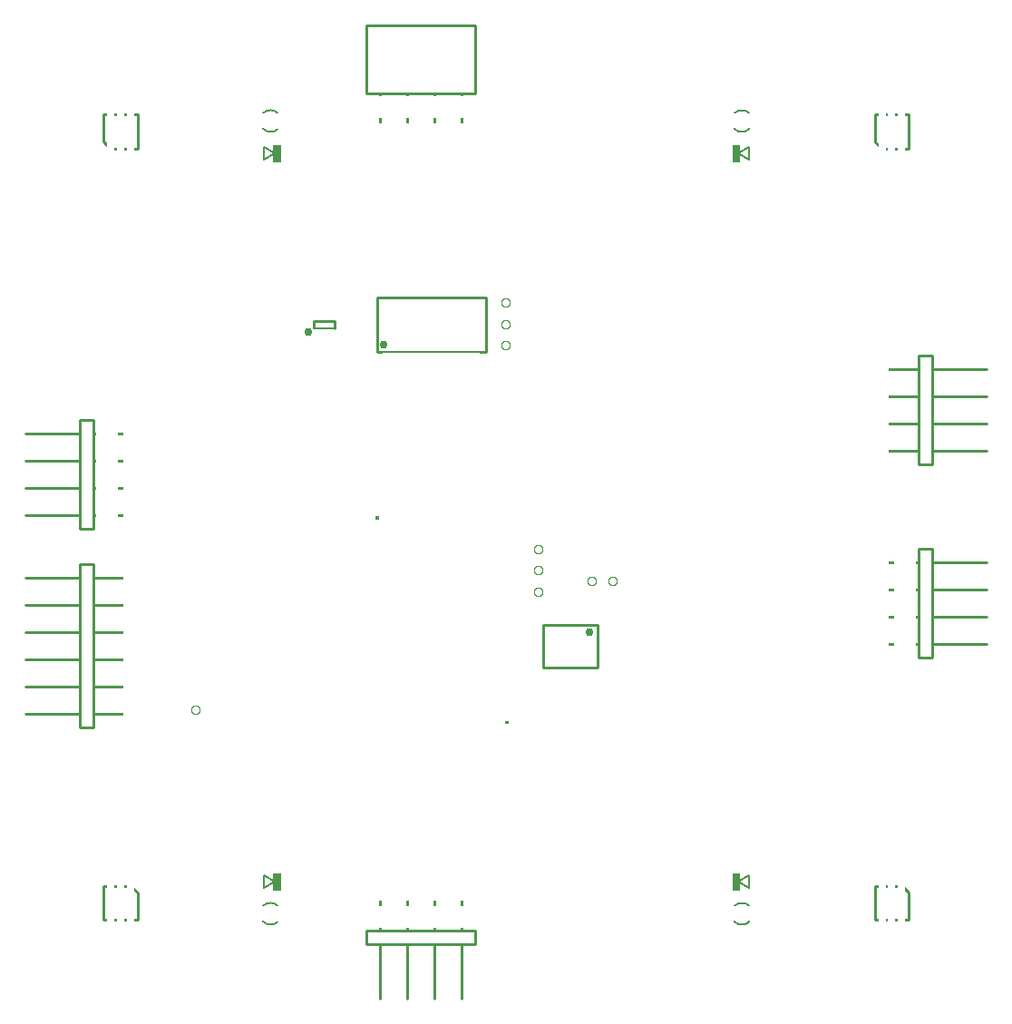
<source format=gbr>
G04 --- HEADER BEGIN --- *
%TF.GenerationSoftware,LibrePCB,LibrePCB,0.1.0*%
%TF.CreationDate,2017-11-17T17:15:03*%
%TF.ProjectId,Dancepad - Dancepad,5234ce1f-a5e1-4fe4-82c5-c527dd5c2ef1,v1*%
%TF.Part,Single*%
%FSLAX66Y66*%
%MOMM*%
G01*
G74*
G04 --- HEADER END --- *
G04 --- APERTURE LIST BEGIN --- *
%ADD10C,0.1524*%
%ADD11C,0.95X0.65*%
%ADD12C,0.25*%
%ADD13C,0.2032*%
%ADD14C,0.0*%
%ADD15C,0.758X0.258*%
%ADD16C,0.508*%
%ADD17R,1.3X1.2*%
%ADD18R,1.2X1.3*%
%ADD19P,7.2X8X22.5*%
%ADD20C,1.8256*%
%ADD21C,0.7*%
%ADD22P,2.2X8X112.5*%
%ADD23R,1.2X1.9*%
%ADD24R,0.7X1.8*%
%ADD25R,0.65X1.95*%
%ADD26P,2.74X8X22.5*%
%ADD27R,1.0X1.0*%
%ADD28P,2.2X8X292.5*%
%ADD29R,1.2X1.6*%
%ADD30P,2.2X8X22.5*%
%ADD31P,2.2X8X202.5*%
%ADD32R,0.65X1.65*%
%ADD33R,0.65X1.1*%
%ADD34P,2.2X8X-67.5*%
%ADD35C,4.0*%
%ADD36C,1.7*%
%ADD37R,1.7X1.5*%
G04 --- APERTURE LIST END --- *
G04 --- BOARD BEGIN --- *
D10*
X18000000Y1984000D02*
G02*
X17281600Y2281600I41J1016000D01*
G01*
X18718400Y2281600D02*
G02*
X18000000Y1984000I718441J718400D01*
G01*
X18718400Y3718400D02*
G03*
X18000000Y4016000I718441J718400D01*
G01*
X18000000Y4016000D02*
G03*
X17281600Y3718400I41J1016000D01*
G01*
D11*
X50000000Y34000000D03*
D12*
X78540000Y44920000D02*
X78540000Y55080000D01*
X79810000Y55080000D01*
X79810000Y44920000D01*
X78540000Y44920000D01*
X78540000Y48730000D02*
X74730000Y48730000D01*
X78540000Y48730000D01*
X78540000Y51270000D02*
X74730000Y51270000D01*
X78540000Y53810000D02*
X74730000Y53810000D01*
X79810000Y48730000D02*
X84890000Y48730000D01*
X79810000Y51270000D02*
X84890000Y51270000D01*
X79810000Y53810000D02*
X84890000Y53810000D01*
X74730000Y46190000D02*
X78540000Y46190000D01*
X79810000Y46190000D02*
X84890000Y46190000D01*
X78540000Y26920000D02*
X78540000Y37080000D01*
X79810000Y37080000D01*
X79810000Y26920000D01*
X78540000Y26920000D01*
X78540000Y28190000D02*
X74730000Y28190000D01*
X78540000Y28190000D01*
X78540000Y30730000D02*
X74730000Y30730000D01*
X78540000Y33270000D02*
X74730000Y33270000D01*
X78540000Y35810000D02*
X74730000Y35810000D01*
X79810000Y28190000D02*
X84890000Y28190000D01*
X79810000Y30730000D02*
X84890000Y30730000D01*
X79810000Y33270000D02*
X84890000Y33270000D01*
X79810000Y35810000D02*
X84890000Y35810000D01*
D11*
X43000000Y33000000D03*
D13*
X17373000Y5400000D02*
X18373000Y6000000D01*
X18373000Y6000000D02*
X17373000Y6600000D01*
X17373000Y6600000D02*
X17373000Y5400000D01*
D14*
X18863600Y6787400D02*
X18254000Y6787400D01*
X18254000Y5212600D01*
X18863600Y5212600D01*
X18863600Y6787400D01*
G36*
X18863600Y6787400D02*
X18254000Y6787400D01*
X18254000Y5212600D01*
X18863600Y5212600D01*
X18863600Y6787400D01*
G37*
D12*
X2412500Y5587500D02*
X2412500Y2412500D01*
X5587500Y2412500D01*
X5587500Y4952500D01*
X4952500Y5587500D01*
X2412500Y5587500D01*
X74412500Y5587500D02*
X74412500Y2412500D01*
X77587500Y2412500D01*
X77587500Y4952500D01*
X76952500Y5587500D01*
X74412500Y5587500D01*
X27920000Y60540000D02*
X38080000Y60540000D01*
X38080000Y55460000D01*
X27920000Y55460000D01*
X27920000Y60540000D01*
D15*
X28555000Y56095000D03*
D16*
X28555000Y56095000D03*
D14*
X28000000Y39875000D02*
X28000000Y40125000D01*
X27750000Y40125000D01*
X27750000Y39875000D01*
X28000000Y39875000D01*
G36*
X28000000Y39875000D02*
X28000000Y40125000D01*
X27750000Y40125000D01*
X27750000Y39875000D01*
X28000000Y39875000D01*
G37*
D11*
X40000000Y56000000D03*
D12*
X1460000Y35620000D02*
X1460000Y20380000D01*
X190000Y20380000D01*
X190000Y35620000D01*
X1460000Y35620000D01*
X1460000Y31810000D02*
X5270000Y31810000D01*
X1460000Y31810000D01*
X1460000Y29270000D02*
X5270000Y29270000D01*
X1460000Y26730000D02*
X5270000Y26730000D01*
X1460000Y24190000D02*
X5270000Y24190000D01*
X190000Y31810000D02*
X-4890000Y31810000D01*
X190000Y29270000D02*
X-4890000Y29270000D01*
X190000Y26730000D02*
X-4890000Y26730000D01*
X190000Y24190000D02*
X-4890000Y24190000D01*
X5270000Y21650000D02*
X1460000Y21650000D01*
X5270000Y34350000D02*
X1460000Y34350000D01*
X190000Y34350000D02*
X-4890000Y34350000D01*
X190000Y21650000D02*
X-4890000Y21650000D01*
D10*
X62000000Y78016000D02*
G02*
X62718400Y77718400I41J1016000D01*
G01*
X61281600Y77718400D02*
G02*
X62000000Y78016000I718441J718400D01*
G01*
X61281600Y76281600D02*
G03*
X62000000Y75984000I718441J718400D01*
G01*
X62000000Y75984000D02*
G03*
X62718400Y76281600I41J1016000D01*
G01*
X62000000Y4016000D02*
G02*
X62718400Y3718400I41J1016000D01*
G01*
X61281600Y3718400D02*
G02*
X62000000Y4016000I718441J718400D01*
G01*
X61281600Y2281600D02*
G03*
X62000000Y1984000I718441J718400D01*
G01*
X62000000Y1984000D02*
G03*
X62718400Y2281600I41J1016000D01*
G01*
D11*
X43000000Y35000000D03*
X40000000Y60000000D03*
D10*
X18000000Y75984000D02*
G02*
X17281600Y76281600I41J1016000D01*
G01*
X18718400Y76281600D02*
G02*
X18000000Y75984000I718441J718400D01*
G01*
X18718400Y77718400D02*
G03*
X18000000Y78016000I718441J718400D01*
G01*
X18000000Y78016000D02*
G03*
X17281600Y77718400I41J1016000D01*
G01*
D12*
X77587500Y74412500D02*
X77587500Y77587500D01*
X74412500Y77587500D01*
X74412500Y75047500D01*
X75047500Y74412500D01*
X77587500Y74412500D01*
D11*
X40000000Y58000000D03*
D13*
X62627000Y74600000D02*
X61627000Y74000000D01*
X61627000Y74000000D02*
X62627000Y73400000D01*
X62627000Y73400000D02*
X62627000Y74600000D01*
D14*
X61136400Y73212600D02*
X61746000Y73212600D01*
X61746000Y74787400D01*
X61136400Y74787400D01*
X61136400Y73212600D01*
G36*
X61136400Y73212600D02*
X61746000Y73212600D01*
X61746000Y74787400D01*
X61136400Y74787400D01*
X61136400Y73212600D01*
G37*
D12*
X5587500Y74412500D02*
X5587500Y77587500D01*
X2412500Y77587500D01*
X2412500Y75047500D01*
X3047500Y74412500D01*
X5587500Y74412500D01*
D11*
X43000000Y37000000D03*
D12*
X26920000Y1460000D02*
X37080000Y1460000D01*
X37080000Y190000D01*
X26920000Y190000D01*
X26920000Y1460000D01*
X28190000Y1460000D02*
X28190000Y5270000D01*
X28190000Y1460000D01*
X30730000Y1460000D02*
X30730000Y5270000D01*
X33270000Y1460000D02*
X33270000Y5270000D01*
X35810000Y1460000D02*
X35810000Y5270000D01*
X28190000Y190000D02*
X28190000Y-4890000D01*
X30730000Y190000D02*
X30730000Y-4890000D01*
X33270000Y190000D02*
X33270000Y-4890000D01*
X35810000Y190000D02*
X35810000Y-4890000D01*
X37080000Y79540000D02*
X26920000Y79540000D01*
X26920000Y85890000D01*
X37080000Y85890000D01*
X37080000Y79540000D01*
X35810000Y79540000D02*
X35810000Y75730000D01*
X35810000Y79540000D01*
X33270000Y79540000D02*
X33270000Y75730000D01*
X30730000Y79540000D02*
X30730000Y75730000D01*
X28190000Y79540000D02*
X28190000Y75730000D01*
X48540000Y26000000D02*
X43460000Y26000000D01*
X43460000Y30000000D01*
X48540000Y30000000D01*
X48540000Y26000000D01*
D15*
X47800000Y29300000D03*
D16*
X47800000Y29300000D03*
D12*
X22000000Y58350000D02*
X24000000Y58350000D01*
X24000000Y57650000D01*
X22000000Y57650000D01*
X22000000Y58350000D01*
D15*
X21500000Y57350000D03*
D16*
X21500000Y57350000D03*
D13*
X62627000Y6600000D02*
X61627000Y6000000D01*
X61627000Y6000000D02*
X62627000Y5400000D01*
X62627000Y5400000D02*
X62627000Y6600000D01*
D14*
X61136400Y5212600D02*
X61746000Y5212600D01*
X61746000Y6787400D01*
X61136400Y6787400D01*
X61136400Y5212600D01*
G36*
X61136400Y5212600D02*
X61746000Y5212600D01*
X61746000Y6787400D01*
X61136400Y6787400D01*
X61136400Y5212600D01*
G37*
D12*
X1460000Y49080000D02*
X1460000Y38920000D01*
X190000Y38920000D01*
X190000Y49080000D01*
X1460000Y49080000D01*
X1460000Y47810000D02*
X5270000Y47810000D01*
X1460000Y47810000D01*
X1460000Y45270000D02*
X5270000Y45270000D01*
X1460000Y42730000D02*
X5270000Y42730000D01*
X1460000Y40190000D02*
X5270000Y40190000D01*
X190000Y47810000D02*
X-4890000Y47810000D01*
X190000Y45270000D02*
X-4890000Y45270000D01*
X190000Y42730000D02*
X-4890000Y42730000D01*
X190000Y40190000D02*
X-4890000Y40190000D01*
D14*
X40125000Y21000000D02*
X39875000Y21000000D01*
X39875000Y20750000D01*
X40125000Y20750000D01*
X40125000Y21000000D01*
G36*
X40125000Y21000000D02*
X39875000Y21000000D01*
X39875000Y20750000D01*
X40125000Y20750000D01*
X40125000Y21000000D01*
G37*
D11*
X11000000Y22000000D03*
X48000000Y34000000D03*
D13*
X17373000Y73400000D02*
X18373000Y74000000D01*
X18373000Y74000000D02*
X17373000Y74600000D01*
X17373000Y74600000D02*
X17373000Y73400000D01*
D14*
X18863600Y74787400D02*
X18254000Y74787400D01*
X18254000Y73212600D01*
X18863600Y73212600D01*
X18863600Y74787400D01*
G36*
X18863600Y74787400D02*
X18254000Y74787400D01*
X18254000Y73212600D01*
X18863600Y73212600D01*
X18863600Y74787400D01*
G37*
%LPC*%
D17*
X4000000Y10850000D03*
X4000000Y9150000D03*
X74000000Y10850000D03*
X74000000Y9150000D03*
X36350000Y65500000D03*
X34650000Y65500000D03*
D18*
X77300000Y23150000D03*
X77300000Y24850000D03*
X43850000Y60000000D03*
X42150000Y60000000D03*
D19*
X69000000Y75000000D03*
D17*
X2000000Y69150000D03*
X2000000Y70850000D03*
D19*
X11000000Y5000000D03*
D17*
X76000000Y69150000D03*
X76000000Y70850000D03*
D20*
X19270000Y3000000D03*
X16730000Y3000000D03*
D17*
X23150000Y2700000D03*
X24850000Y2700000D03*
D18*
X53850000Y12900000D03*
X52150000Y12900000D03*
D21*
X50000000Y34000000D03*
D17*
X49400000Y42850000D03*
X49400000Y44550000D03*
D22*
X74730000Y51270000D03*
X74730000Y53810000D03*
X74730000Y46190000D03*
X74730000Y48730000D03*
D17*
X6000000Y10850000D03*
X6000000Y9150000D03*
D18*
X18850000Y71000000D03*
X17150000Y71000000D03*
D17*
X40000000Y24850000D03*
X40000000Y23150000D03*
D22*
X74730000Y33270000D03*
X74730000Y30730000D03*
X77270000Y33270000D03*
X77270000Y28190000D03*
X74730000Y28190000D03*
X74730000Y35810000D03*
X77270000Y35810000D03*
X77270000Y30730000D03*
D18*
X71850000Y48500000D03*
X70150000Y48500000D03*
D17*
X21000000Y52150000D03*
X21000000Y53850000D03*
D21*
X43000000Y33000000D03*
D17*
X9000000Y33850000D03*
X9000000Y32150000D03*
X76000000Y10850000D03*
X76000000Y9150000D03*
D18*
X50000000Y12850000D03*
X50000000Y14550000D03*
D17*
X74000000Y69150000D03*
X74000000Y70850000D03*
D23*
X16350000Y6000000D03*
X19650000Y6000000D03*
D24*
X4900000Y5475000D03*
X4000000Y2525000D03*
X3100000Y5475000D03*
X4900000Y2525000D03*
X4000000Y5475000D03*
X3100000Y2525000D03*
D17*
X78000000Y69150000D03*
X78000000Y70850000D03*
D24*
X76900000Y5475000D03*
X76000000Y2525000D03*
X75100000Y5475000D03*
X76900000Y2525000D03*
X76000000Y5475000D03*
X75100000Y2525000D03*
D25*
X34625000Y61600000D03*
X32675000Y54400000D03*
X32675000Y61600000D03*
X36575000Y61600000D03*
X33975000Y54400000D03*
X28775000Y61600000D03*
X30725000Y54400000D03*
X32025000Y61600000D03*
X29425000Y61600000D03*
X30075000Y54400000D03*
X33975000Y61600000D03*
X34625000Y54400000D03*
X32025000Y54400000D03*
X31375000Y61600000D03*
X37225000Y54400000D03*
X30725000Y61600000D03*
X29425000Y54400000D03*
X35275000Y54400000D03*
X35925000Y54400000D03*
X37225000Y61600000D03*
X35275000Y61600000D03*
X36575000Y54400000D03*
X33325000Y61600000D03*
X28775000Y54400000D03*
X35925000Y61600000D03*
X33325000Y54400000D03*
X30075000Y61600000D03*
X31375000Y54400000D03*
D26*
X58000000Y2000000D03*
D17*
X4000000Y69150000D03*
X4000000Y70850000D03*
D18*
X61150000Y71000000D03*
X62850000Y71000000D03*
D27*
X27250000Y40000000D03*
X28750000Y40000000D03*
D18*
X42150000Y62000000D03*
X43850000Y62000000D03*
D17*
X46000000Y34150000D03*
X46000000Y35850000D03*
D21*
X40000000Y56000000D03*
D17*
X2000000Y10850000D03*
X2000000Y9150000D03*
D18*
X43850000Y70000000D03*
X42150000Y70000000D03*
D28*
X5270000Y29270000D03*
X5270000Y24190000D03*
X5270000Y26730000D03*
X5270000Y34350000D03*
X5270000Y31810000D03*
X5270000Y21650000D03*
D20*
X60730000Y77000000D03*
X63270000Y77000000D03*
D18*
X71850000Y46000000D03*
X70150000Y46000000D03*
X71850000Y51500000D03*
X70150000Y51500000D03*
D17*
X78000000Y10850000D03*
X78000000Y9150000D03*
X23000000Y52150000D03*
X23000000Y53850000D03*
D29*
X2000000Y59100000D03*
X1050000Y56900000D03*
X2950000Y56900000D03*
D17*
X43400000Y42850000D03*
X43400000Y44550000D03*
X55700000Y6650000D03*
X55700000Y8350000D03*
D18*
X18850000Y9000000D03*
X17150000Y9000000D03*
X43850000Y64000000D03*
X42150000Y64000000D03*
D17*
X47400000Y44550000D03*
X47400000Y42850000D03*
D20*
X60730000Y3000000D03*
X63270000Y3000000D03*
D21*
X43000000Y35000000D03*
D18*
X31850000Y40000000D03*
X30150000Y40000000D03*
D17*
X25000000Y52150000D03*
X25000000Y53850000D03*
D18*
X43850000Y58000000D03*
X42150000Y58000000D03*
D17*
X6000000Y69150000D03*
X6000000Y70850000D03*
D21*
X40000000Y60000000D03*
D17*
X47000000Y6150000D03*
X47000000Y7850000D03*
X55650000Y5000000D03*
X57350000Y5000000D03*
D18*
X52150000Y14500000D03*
X53850000Y14500000D03*
D17*
X45400000Y42850000D03*
X45400000Y44550000D03*
D29*
X6000000Y59100000D03*
X5050000Y56900000D03*
X6950000Y56900000D03*
D20*
X19270000Y77000000D03*
X16730000Y77000000D03*
D18*
X45500000Y21850000D03*
X45500000Y20150000D03*
D24*
X75100000Y74525000D03*
X76000000Y77475000D03*
X76900000Y74525000D03*
X75100000Y77475000D03*
X76000000Y74525000D03*
X76900000Y77475000D03*
D21*
X40000000Y58000000D03*
D23*
X63650000Y74000000D03*
X60350000Y74000000D03*
D26*
X55000000Y2000000D03*
D18*
X43850000Y66000000D03*
X42150000Y66000000D03*
D24*
X3100000Y74525000D03*
X4000000Y77475000D03*
X4900000Y74525000D03*
X3100000Y77475000D03*
X4000000Y74525000D03*
X4900000Y77475000D03*
D21*
X43000000Y37000000D03*
D30*
X33270000Y5270000D03*
X30730000Y5270000D03*
X33270000Y2730000D03*
X28190000Y2730000D03*
X28190000Y5270000D03*
X35810000Y5270000D03*
X35810000Y2730000D03*
X30730000Y2730000D03*
D19*
X69000000Y5000000D03*
D18*
X61150000Y9000000D03*
X62850000Y9000000D03*
D31*
X33270000Y75730000D03*
X30730000Y75730000D03*
X33270000Y78270000D03*
X28190000Y78270000D03*
X28190000Y75730000D03*
X35810000Y75730000D03*
X35810000Y78270000D03*
X30730000Y78270000D03*
D32*
X46000000Y25050000D03*
X44050000Y30950000D03*
X47950000Y25050000D03*
X47300000Y30950000D03*
X45350000Y25050000D03*
X47300000Y25050000D03*
X46650000Y25050000D03*
X44700000Y30950000D03*
X46000000Y30950000D03*
X44050000Y25050000D03*
X45350000Y30950000D03*
X47950000Y30950000D03*
X44700000Y25050000D03*
X46650000Y30950000D03*
D33*
X23000000Y57050000D03*
X22350000Y58950000D03*
X23650000Y58950000D03*
X23000000Y58950000D03*
X22350000Y57050000D03*
X23650000Y57050000D03*
D23*
X63650000Y6000000D03*
X60350000Y6000000D03*
D34*
X5270000Y42730000D03*
X5270000Y45270000D03*
X2730000Y42730000D03*
X2730000Y47810000D03*
X5270000Y47810000D03*
X5270000Y40190000D03*
X2730000Y40190000D03*
X2730000Y45270000D03*
D27*
X40000000Y20250000D03*
X40000000Y21750000D03*
D19*
X11000000Y75000000D03*
D17*
X57300000Y6650000D03*
X57300000Y8350000D03*
D18*
X45150000Y10000000D03*
X46850000Y10000000D03*
X2800000Y52850000D03*
X2800000Y51150000D03*
X23000000Y62850000D03*
X23000000Y61150000D03*
X71850000Y54000000D03*
X70150000Y54000000D03*
D21*
X11000000Y22000000D03*
X48000000Y34000000D03*
D29*
X4000000Y64100000D03*
X3050000Y61900000D03*
X4950000Y61900000D03*
D35*
X39980000Y9900000D03*
D36*
X44750000Y12610000D03*
X47250000Y14610000D03*
D35*
X52020000Y9900000D03*
D36*
X44750000Y14610000D03*
X47250000Y12610000D03*
D23*
X16350000Y74000000D03*
X19650000Y74000000D03*
D17*
X45000000Y6150000D03*
X45000000Y7850000D03*
D18*
X43850000Y68000000D03*
X42150000Y68000000D03*
D37*
X50000000Y27050000D03*
X50000000Y28950000D03*
G04 --- BOARD END --- *
%TF.MD5,0e552574acfe824d520b4d10780303a6*%
M02*

</source>
